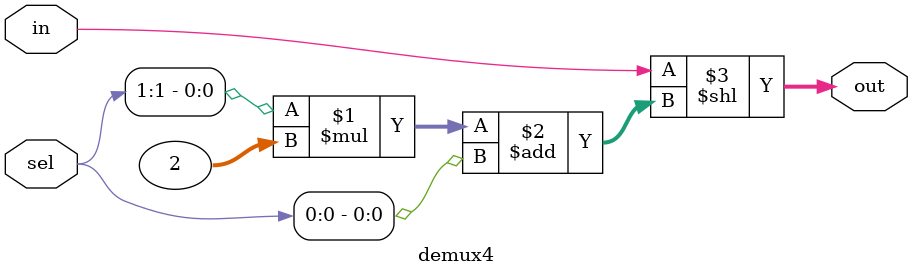
<source format=v>
module demux (
    output [1:0] out,
    input in,
    input sel
);
  assign out = in << sel;
endmodule

module demux4 (
    output [3:0] out,
    input in,
    input [1:0] sel
);
  assign out = in << ((sel[1] * 2) + sel[0]);
endmodule

</source>
